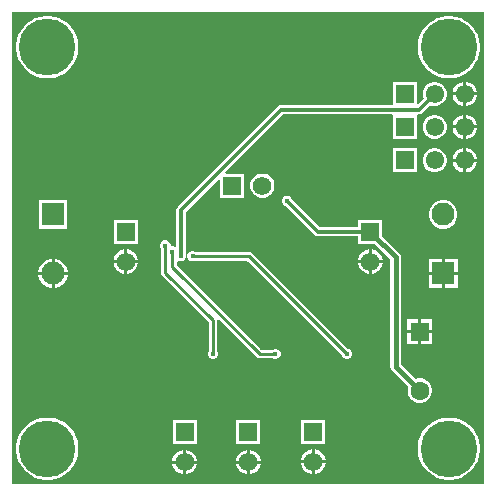
<source format=gbl>
G04*
G04 #@! TF.GenerationSoftware,Altium Limited,Altium Designer,22.2.1 (43)*
G04*
G04 Layer_Physical_Order=2*
G04 Layer_Color=16711680*
%FSLAX25Y25*%
%MOIN*%
G70*
G04*
G04 #@! TF.SameCoordinates,3B3E58CF-1C3C-4CAC-96B8-8F734E900E2C*
G04*
G04*
G04 #@! TF.FilePolarity,Positive*
G04*
G01*
G75*
%ADD22C,0.06181*%
%ADD23R,0.06181X0.06181*%
%ADD24R,0.06181X0.06181*%
%ADD25C,0.06299*%
%ADD26R,0.06299X0.06299*%
%ADD30C,0.01575*%
%ADD31C,0.01181*%
%ADD32C,0.01000*%
%ADD33R,0.06102X0.06102*%
%ADD34C,0.06102*%
%ADD35C,0.07677*%
%ADD36R,0.07677X0.07677*%
%ADD37C,0.18898*%
%ADD38C,0.01575*%
G36*
X157480Y0D02*
X0D01*
Y157480D01*
X157480D01*
Y0D01*
D02*
G37*
%LPC*%
G36*
X146486Y156043D02*
X144853D01*
X143240Y155788D01*
X141687Y155283D01*
X140232Y154542D01*
X138911Y153582D01*
X137756Y152427D01*
X136797Y151107D01*
X136055Y149652D01*
X135551Y148099D01*
X135295Y146486D01*
Y144853D01*
X135551Y143240D01*
X136055Y141687D01*
X136797Y140232D01*
X137756Y138911D01*
X138911Y137756D01*
X140232Y136797D01*
X141687Y136055D01*
X143240Y135551D01*
X144853Y135295D01*
X146486D01*
X148099Y135551D01*
X149652Y136055D01*
X151107Y136797D01*
X152427Y137756D01*
X153582Y138911D01*
X154542Y140232D01*
X155283Y141687D01*
X155788Y143240D01*
X156043Y144853D01*
Y146486D01*
X155788Y148099D01*
X155283Y149652D01*
X154542Y151107D01*
X153582Y152427D01*
X152427Y153582D01*
X151107Y154542D01*
X149652Y155283D01*
X148099Y155788D01*
X146486Y156043D01*
D02*
G37*
G36*
X12628D02*
X10995D01*
X9382Y155788D01*
X7829Y155283D01*
X6374Y154542D01*
X5053Y153582D01*
X3898Y152427D01*
X2938Y151107D01*
X2197Y149652D01*
X1692Y148099D01*
X1437Y146486D01*
Y144853D01*
X1692Y143240D01*
X2197Y141687D01*
X2938Y140232D01*
X3898Y138911D01*
X5053Y137756D01*
X6374Y136797D01*
X7829Y136055D01*
X9382Y135551D01*
X10995Y135295D01*
X12628D01*
X14240Y135551D01*
X15793Y136055D01*
X17248Y136797D01*
X18569Y137756D01*
X19724Y138911D01*
X20684Y140232D01*
X21425Y141687D01*
X21930Y143240D01*
X22185Y144853D01*
Y146486D01*
X21930Y148099D01*
X21425Y149652D01*
X20684Y151107D01*
X19724Y152427D01*
X18569Y153582D01*
X17248Y154542D01*
X15793Y155283D01*
X14240Y155788D01*
X12628Y156043D01*
D02*
G37*
G36*
X151533Y134128D02*
X151500D01*
Y130577D01*
X155051D01*
Y130610D01*
X154775Y131641D01*
X154242Y132564D01*
X153488Y133319D01*
X152564Y133852D01*
X151533Y134128D01*
D02*
G37*
G36*
X150500D02*
X150467D01*
X149436Y133852D01*
X148512Y133319D01*
X147758Y132564D01*
X147225Y131641D01*
X146949Y130610D01*
Y130577D01*
X150500D01*
Y134128D01*
D02*
G37*
G36*
X141524Y134053D02*
X140477D01*
X139465Y133782D01*
X138558Y133259D01*
X137818Y132518D01*
X137295Y131612D01*
X137024Y130600D01*
Y129553D01*
X137291Y128554D01*
X135476Y126739D01*
X134976Y126946D01*
Y134053D01*
X127024D01*
Y126349D01*
X89764D01*
X89172Y126231D01*
X88671Y125896D01*
X55282Y92507D01*
X54947Y92005D01*
X54829Y91414D01*
Y79349D01*
X54329Y79087D01*
X53884Y79272D01*
X53203D01*
X52894Y79685D01*
Y79868D01*
X52633Y80498D01*
X52151Y80979D01*
X51522Y81240D01*
X50840D01*
X50211Y80979D01*
X49729Y80498D01*
X49468Y79868D01*
Y79187D01*
X49728Y78561D01*
Y70472D01*
X49839Y69916D01*
X50154Y69445D01*
X65561Y54038D01*
Y44359D01*
X65301Y43732D01*
Y43051D01*
X65562Y42422D01*
X66044Y41940D01*
X66673Y41679D01*
X67354D01*
X67984Y41940D01*
X68466Y42422D01*
X68726Y43051D01*
Y43732D01*
X68467Y44359D01*
Y54640D01*
X68438Y54784D01*
X68899Y55030D01*
X81565Y42364D01*
X82036Y42049D01*
X82592Y41939D01*
X86913D01*
X87539Y41679D01*
X88221D01*
X88850Y41940D01*
X89332Y42422D01*
X89592Y43051D01*
Y43732D01*
X89332Y44362D01*
X88850Y44844D01*
X88221Y45104D01*
X87539D01*
X86913Y44845D01*
X83194D01*
X54996Y73043D01*
Y74212D01*
X55496Y74463D01*
X55959Y74272D01*
X56640D01*
X57269Y74532D01*
X57751Y75014D01*
X58012Y75644D01*
Y76325D01*
X57920Y76547D01*
Y90774D01*
X69022Y101876D01*
X69484Y101685D01*
Y95484D01*
X77516D01*
Y103516D01*
X71315D01*
X71124Y103978D01*
X90404Y123258D01*
X126608D01*
X127024Y123053D01*
X127024Y122758D01*
Y115100D01*
X134976D01*
Y122758D01*
X134976Y123053D01*
X135392Y123258D01*
X135726D01*
X136318Y123375D01*
X136819Y123710D01*
X139477Y126368D01*
X140477Y126100D01*
X141524D01*
X142535Y126371D01*
X143442Y126895D01*
X144182Y127635D01*
X144705Y128542D01*
X144976Y129553D01*
Y130600D01*
X144705Y131612D01*
X144182Y132518D01*
X143442Y133259D01*
X142535Y133782D01*
X141524Y134053D01*
D02*
G37*
G36*
X155051Y129577D02*
X151500D01*
Y126026D01*
X151533D01*
X152564Y126302D01*
X153488Y126835D01*
X154242Y127589D01*
X154775Y128513D01*
X155051Y129543D01*
Y129577D01*
D02*
G37*
G36*
X150500D02*
X146949D01*
Y129543D01*
X147225Y128513D01*
X147758Y127589D01*
X148512Y126835D01*
X149436Y126302D01*
X150467Y126026D01*
X150500D01*
Y129577D01*
D02*
G37*
G36*
X151533Y123128D02*
X151500D01*
Y119577D01*
X155051D01*
Y119610D01*
X154775Y120641D01*
X154242Y121564D01*
X153488Y122319D01*
X152564Y122852D01*
X151533Y123128D01*
D02*
G37*
G36*
X150500D02*
X150467D01*
X149436Y122852D01*
X148512Y122319D01*
X147758Y121564D01*
X147225Y120641D01*
X146949Y119610D01*
Y119577D01*
X150500D01*
Y123128D01*
D02*
G37*
G36*
X141524Y123053D02*
X140477D01*
X139465Y122782D01*
X138558Y122259D01*
X137818Y121518D01*
X137295Y120612D01*
X137024Y119600D01*
Y118553D01*
X137295Y117542D01*
X137818Y116635D01*
X138558Y115895D01*
X139465Y115371D01*
X140477Y115100D01*
X141524D01*
X142535Y115371D01*
X143442Y115895D01*
X144182Y116635D01*
X144705Y117542D01*
X144976Y118553D01*
Y119600D01*
X144705Y120612D01*
X144182Y121518D01*
X143442Y122259D01*
X142535Y122782D01*
X141524Y123053D01*
D02*
G37*
G36*
X155051Y118577D02*
X151500D01*
Y115026D01*
X151533D01*
X152564Y115302D01*
X153488Y115835D01*
X154242Y116589D01*
X154775Y117513D01*
X155051Y118544D01*
Y118577D01*
D02*
G37*
G36*
X150500D02*
X146949D01*
Y118544D01*
X147225Y117513D01*
X147758Y116589D01*
X148512Y115835D01*
X149436Y115302D01*
X150467Y115026D01*
X150500D01*
Y118577D01*
D02*
G37*
G36*
X151533Y112051D02*
X151500D01*
Y108500D01*
X155051D01*
Y108533D01*
X154775Y109564D01*
X154242Y110487D01*
X153488Y111242D01*
X152564Y111775D01*
X151533Y112051D01*
D02*
G37*
G36*
X150500D02*
X150467D01*
X149436Y111775D01*
X148512Y111242D01*
X147758Y110487D01*
X147225Y109564D01*
X146949Y108533D01*
Y108500D01*
X150500D01*
Y112051D01*
D02*
G37*
G36*
X141524Y111976D02*
X140477D01*
X139465Y111705D01*
X138558Y111182D01*
X137818Y110442D01*
X137295Y109535D01*
X137024Y108523D01*
Y107476D01*
X137295Y106465D01*
X137818Y105558D01*
X138558Y104818D01*
X139465Y104295D01*
X140477Y104024D01*
X141524D01*
X142535Y104295D01*
X143442Y104818D01*
X144182Y105558D01*
X144705Y106465D01*
X144976Y107476D01*
Y108523D01*
X144705Y109535D01*
X144182Y110442D01*
X143442Y111182D01*
X142535Y111705D01*
X141524Y111976D01*
D02*
G37*
G36*
X134976D02*
X127024D01*
Y104024D01*
X134976D01*
Y111976D01*
D02*
G37*
G36*
X155051Y107500D02*
X151500D01*
Y103949D01*
X151533D01*
X152564Y104225D01*
X153488Y104758D01*
X154242Y105512D01*
X154775Y106436D01*
X155051Y107467D01*
Y107500D01*
D02*
G37*
G36*
X150500D02*
X146949D01*
Y107467D01*
X147225Y106436D01*
X147758Y105512D01*
X148512Y104758D01*
X149436Y104225D01*
X150467Y103949D01*
X150500D01*
Y107500D01*
D02*
G37*
G36*
X84029Y103516D02*
X82971D01*
X81950Y103242D01*
X81034Y102713D01*
X80287Y101966D01*
X79758Y101050D01*
X79484Y100029D01*
Y98971D01*
X79758Y97950D01*
X80287Y97034D01*
X81034Y96287D01*
X81950Y95758D01*
X82971Y95484D01*
X84029D01*
X85050Y95758D01*
X85966Y96287D01*
X86713Y97034D01*
X87242Y97950D01*
X87516Y98971D01*
Y100029D01*
X87242Y101050D01*
X86713Y101966D01*
X85966Y102713D01*
X85050Y103242D01*
X84029Y103516D01*
D02*
G37*
G36*
X18492Y94693D02*
X8964D01*
Y85165D01*
X18492D01*
Y94693D01*
D02*
G37*
G36*
X144399Y94693D02*
X143145D01*
X141933Y94368D01*
X140847Y93741D01*
X139960Y92854D01*
X139333Y91768D01*
X139008Y90556D01*
Y89302D01*
X139333Y88090D01*
X139960Y87004D01*
X140847Y86117D01*
X141933Y85490D01*
X143145Y85165D01*
X144399D01*
X145610Y85490D01*
X146697Y86117D01*
X147584Y87004D01*
X148211Y88090D01*
X148536Y89302D01*
Y90556D01*
X148211Y91768D01*
X147584Y92854D01*
X146697Y93741D01*
X145610Y94368D01*
X144399Y94693D01*
D02*
G37*
G36*
X42016Y88226D02*
X33984D01*
Y80195D01*
X42016D01*
Y88226D01*
D02*
G37*
G36*
X120038Y78301D02*
X120000D01*
Y74711D01*
X123591D01*
Y74749D01*
X123312Y75789D01*
X122773Y76722D01*
X122012Y77484D01*
X121079Y78022D01*
X120038Y78301D01*
D02*
G37*
G36*
X38539D02*
X38500D01*
Y74711D01*
X42091D01*
Y74749D01*
X41812Y75789D01*
X41273Y76722D01*
X40512Y77484D01*
X39579Y78022D01*
X38539Y78301D01*
D02*
G37*
G36*
X119000D02*
X118962D01*
X117921Y78022D01*
X116988Y77484D01*
X116227Y76722D01*
X115688Y75789D01*
X115409Y74749D01*
Y74711D01*
X119000D01*
Y78301D01*
D02*
G37*
G36*
X37500D02*
X37462D01*
X36421Y78022D01*
X35488Y77484D01*
X34727Y76722D01*
X34188Y75789D01*
X33909Y74749D01*
Y74711D01*
X37500D01*
Y78301D01*
D02*
G37*
G36*
X14365Y75083D02*
X14228D01*
Y70744D01*
X18567D01*
Y70881D01*
X18237Y72112D01*
X17600Y73215D01*
X16699Y74116D01*
X15596Y74753D01*
X14365Y75083D01*
D02*
G37*
G36*
X13228D02*
X13091D01*
X11861Y74753D01*
X10757Y74116D01*
X9856Y73215D01*
X9219Y72112D01*
X8890Y70881D01*
Y70744D01*
X13228D01*
Y75083D01*
D02*
G37*
G36*
X148610Y75083D02*
X144272D01*
Y70744D01*
X148610D01*
Y75083D01*
D02*
G37*
G36*
X143272D02*
X138933D01*
Y70744D01*
X143272D01*
Y75083D01*
D02*
G37*
G36*
X123591Y73711D02*
X120000D01*
Y70120D01*
X120038D01*
X121079Y70399D01*
X122012Y70937D01*
X122773Y71699D01*
X123312Y72632D01*
X123591Y73672D01*
Y73711D01*
D02*
G37*
G36*
X119000D02*
X115409D01*
Y73672D01*
X115688Y72632D01*
X116227Y71699D01*
X116988Y70937D01*
X117921Y70399D01*
X118962Y70120D01*
X119000D01*
Y73711D01*
D02*
G37*
G36*
X42091D02*
X38500D01*
Y70120D01*
X38539D01*
X39579Y70399D01*
X40512Y70937D01*
X41273Y71699D01*
X41812Y72632D01*
X42091Y73672D01*
Y73711D01*
D02*
G37*
G36*
X37500D02*
X33909D01*
Y73672D01*
X34188Y72632D01*
X34727Y71699D01*
X35488Y70937D01*
X36421Y70399D01*
X37462Y70120D01*
X37500D01*
Y73711D01*
D02*
G37*
G36*
X18567Y69744D02*
X14228D01*
Y65406D01*
X14365D01*
X15596Y65735D01*
X16699Y66372D01*
X17600Y67273D01*
X18237Y68376D01*
X18567Y69607D01*
Y69744D01*
D02*
G37*
G36*
X13228D02*
X8890D01*
Y69607D01*
X9219Y68376D01*
X9856Y67273D01*
X10757Y66372D01*
X11861Y65735D01*
X13091Y65406D01*
X13228D01*
Y69744D01*
D02*
G37*
G36*
X148610Y69744D02*
X144272D01*
Y65406D01*
X148610D01*
Y69744D01*
D02*
G37*
G36*
X143272D02*
X138933D01*
Y65406D01*
X143272D01*
Y69744D01*
D02*
G37*
G36*
X140150Y54992D02*
X136500D01*
Y51342D01*
X140150D01*
Y54992D01*
D02*
G37*
G36*
X135500D02*
X131850D01*
Y51342D01*
X135500D01*
Y54992D01*
D02*
G37*
G36*
X140150Y50343D02*
X136500D01*
Y46693D01*
X140150D01*
Y50343D01*
D02*
G37*
G36*
X135500D02*
X131850D01*
Y46693D01*
X135500D01*
Y50343D01*
D02*
G37*
G36*
X60577Y77697D02*
X59896D01*
X59266Y77436D01*
X58784Y76954D01*
X58524Y76325D01*
Y75644D01*
X58784Y75014D01*
X59266Y74532D01*
X59896Y74272D01*
X60577D01*
X61203Y74531D01*
X78532D01*
X109901Y43162D01*
X110160Y42536D01*
X110642Y42054D01*
X111272Y41793D01*
X111953D01*
X112582Y42054D01*
X113064Y42536D01*
X113325Y43165D01*
Y43847D01*
X113064Y44476D01*
X112582Y44958D01*
X111956Y45217D01*
X80161Y77012D01*
X79690Y77327D01*
X79134Y77437D01*
X61203D01*
X60577Y77697D01*
D02*
G37*
G36*
X92073Y96201D02*
X91392D01*
X90762Y95940D01*
X90280Y95458D01*
X90020Y94829D01*
Y94147D01*
X90280Y93518D01*
X90762Y93036D01*
X91166Y92869D01*
X100917Y83118D01*
X101418Y82783D01*
X102010Y82665D01*
X102010Y82665D01*
X115484D01*
Y80195D01*
X121046D01*
X126207Y75035D01*
Y39205D01*
X126339Y38537D01*
X126718Y37970D01*
X132151Y32537D01*
X131925Y31694D01*
Y30621D01*
X132203Y29585D01*
X132739Y28655D01*
X133498Y27897D01*
X134427Y27360D01*
X135464Y27083D01*
X136537D01*
X137573Y27360D01*
X138502Y27897D01*
X139261Y28655D01*
X139797Y29585D01*
X140075Y30621D01*
Y31694D01*
X139797Y32730D01*
X139261Y33659D01*
X138502Y34418D01*
X137573Y34955D01*
X136537Y35232D01*
X135464D01*
X134620Y35006D01*
X129699Y39928D01*
Y75758D01*
X129566Y76426D01*
X129188Y76993D01*
X123516Y82664D01*
Y88226D01*
X115484D01*
Y85756D01*
X102650D01*
X93351Y95055D01*
X93184Y95458D01*
X92702Y95940D01*
X92073Y96201D01*
D02*
G37*
G36*
X104516Y21516D02*
X96484D01*
Y13484D01*
X104516D01*
Y21516D01*
D02*
G37*
G36*
X82862Y21402D02*
X74831D01*
Y13370D01*
X82862D01*
Y21402D01*
D02*
G37*
G36*
X61602D02*
X53571D01*
Y13370D01*
X61602D01*
Y21402D01*
D02*
G37*
G36*
X101039Y11591D02*
X101000D01*
Y8000D01*
X104591D01*
Y8038D01*
X104312Y9079D01*
X103773Y10012D01*
X103012Y10773D01*
X102079Y11312D01*
X101039Y11591D01*
D02*
G37*
G36*
X100000D02*
X99962D01*
X98921Y11312D01*
X97988Y10773D01*
X97227Y10012D01*
X96688Y9079D01*
X96409Y8038D01*
Y8000D01*
X100000D01*
Y11591D01*
D02*
G37*
G36*
X79385Y11476D02*
X79347D01*
Y7886D01*
X82937D01*
Y7924D01*
X82658Y8965D01*
X82120Y9898D01*
X81358Y10659D01*
X80425Y11198D01*
X79385Y11476D01*
D02*
G37*
G36*
X58125D02*
X58087D01*
Y7886D01*
X61677D01*
Y7924D01*
X61398Y8965D01*
X60860Y9898D01*
X60098Y10659D01*
X59166Y11198D01*
X58125Y11476D01*
D02*
G37*
G36*
X78347D02*
X78308D01*
X77268Y11198D01*
X76335Y10659D01*
X75573Y9898D01*
X75035Y8965D01*
X74756Y7924D01*
Y7886D01*
X78347D01*
Y11476D01*
D02*
G37*
G36*
X57087D02*
X57048D01*
X56008Y11198D01*
X55075Y10659D01*
X54313Y9898D01*
X53775Y8965D01*
X53496Y7924D01*
Y7886D01*
X57087D01*
Y11476D01*
D02*
G37*
G36*
X104591Y7000D02*
X101000D01*
Y3409D01*
X101039D01*
X102079Y3688D01*
X103012Y4227D01*
X103773Y4988D01*
X104312Y5921D01*
X104591Y6961D01*
Y7000D01*
D02*
G37*
G36*
X100000D02*
X96409D01*
Y6961D01*
X96688Y5921D01*
X97227Y4988D01*
X97988Y4227D01*
X98921Y3688D01*
X99962Y3409D01*
X100000D01*
Y7000D01*
D02*
G37*
G36*
X82937Y6886D02*
X79347D01*
Y3295D01*
X79385D01*
X80425Y3574D01*
X81358Y4113D01*
X82120Y4874D01*
X82658Y5807D01*
X82937Y6847D01*
Y6886D01*
D02*
G37*
G36*
X78347D02*
X74756D01*
Y6847D01*
X75035Y5807D01*
X75573Y4874D01*
X76335Y4113D01*
X77268Y3574D01*
X78308Y3295D01*
X78347D01*
Y6886D01*
D02*
G37*
G36*
X61677D02*
X58087D01*
Y3295D01*
X58125D01*
X59166Y3574D01*
X60098Y4113D01*
X60860Y4874D01*
X61398Y5807D01*
X61677Y6847D01*
Y6886D01*
D02*
G37*
G36*
X57087D02*
X53496D01*
Y6847D01*
X53775Y5807D01*
X54313Y4874D01*
X55075Y4113D01*
X56008Y3574D01*
X57048Y3295D01*
X57087D01*
Y6886D01*
D02*
G37*
G36*
X146486Y22185D02*
X144853D01*
X143240Y21930D01*
X141687Y21425D01*
X140232Y20684D01*
X138911Y19724D01*
X137756Y18569D01*
X136797Y17248D01*
X136055Y15793D01*
X135551Y14240D01*
X135295Y12628D01*
Y10995D01*
X135551Y9382D01*
X136055Y7829D01*
X136797Y6374D01*
X137756Y5053D01*
X138911Y3898D01*
X140232Y2938D01*
X141687Y2197D01*
X143240Y1692D01*
X144853Y1437D01*
X146486D01*
X148099Y1692D01*
X149652Y2197D01*
X151107Y2938D01*
X152427Y3898D01*
X153582Y5053D01*
X154542Y6374D01*
X155283Y7829D01*
X155788Y9382D01*
X156043Y10995D01*
Y12628D01*
X155788Y14240D01*
X155283Y15793D01*
X154542Y17248D01*
X153582Y18569D01*
X152427Y19724D01*
X151107Y20684D01*
X149652Y21425D01*
X148099Y21930D01*
X146486Y22185D01*
D02*
G37*
G36*
X12628D02*
X10995D01*
X9382Y21930D01*
X7829Y21425D01*
X6374Y20684D01*
X5053Y19724D01*
X3898Y18569D01*
X2938Y17248D01*
X2197Y15793D01*
X1692Y14240D01*
X1437Y12628D01*
Y10995D01*
X1692Y9382D01*
X2197Y7829D01*
X2938Y6374D01*
X3898Y5053D01*
X5053Y3898D01*
X6374Y2938D01*
X7829Y2197D01*
X9382Y1692D01*
X10995Y1437D01*
X12628D01*
X14240Y1692D01*
X15793Y2197D01*
X17248Y2938D01*
X18569Y3898D01*
X19724Y5053D01*
X20684Y6374D01*
X21425Y7829D01*
X21930Y9382D01*
X22185Y10995D01*
Y12628D01*
X21930Y14240D01*
X21425Y15793D01*
X20684Y17248D01*
X19724Y18569D01*
X18569Y19724D01*
X17248Y20684D01*
X15793Y21425D01*
X14240Y21930D01*
X12628Y22185D01*
D02*
G37*
%LPD*%
D22*
X119500Y74211D02*
D03*
X83500Y99500D02*
D03*
X38000Y74211D02*
D03*
X100500Y7500D02*
D03*
X78847Y7386D02*
D03*
X57587D02*
D03*
D23*
X119500Y84211D02*
D03*
X38000D02*
D03*
X100500Y17500D02*
D03*
X78847Y17386D02*
D03*
X57587D02*
D03*
D24*
X73500Y99500D02*
D03*
D25*
X136000Y31157D02*
D03*
D26*
Y50842D02*
D03*
D30*
X127953Y39205D02*
X136000Y31157D01*
X127953Y39205D02*
Y75758D01*
X119500Y84211D02*
X127953Y75758D01*
D31*
X102010Y84211D02*
X119500D01*
X91732Y94488D02*
X102010Y84211D01*
X56375Y91414D02*
X89764Y124803D01*
X56375Y76060D02*
Y91414D01*
X89764Y124803D02*
X135726D01*
X56299Y75984D02*
X56375Y76060D01*
X135726Y124803D02*
X141000Y130077D01*
D32*
X53543Y72441D02*
Y77559D01*
Y72441D02*
X82592Y43392D01*
X87880D01*
X51181Y70472D02*
X67014Y54640D01*
Y43392D02*
Y54640D01*
X51181Y70472D02*
Y79528D01*
X60236Y75984D02*
X79134D01*
X111612Y43506D01*
D33*
X131000Y108000D02*
D03*
Y119077D02*
D03*
Y130077D02*
D03*
D34*
X141000Y108000D02*
D03*
X151000D02*
D03*
X141000Y119077D02*
D03*
X151000D02*
D03*
X141000Y130077D02*
D03*
X151000D02*
D03*
D35*
X143772Y89929D02*
D03*
X13728Y70244D02*
D03*
D36*
X143772Y70244D02*
D03*
X13728Y89929D02*
D03*
D37*
X145669Y11811D02*
D03*
X11811D02*
D03*
X145669Y145669D02*
D03*
X11811D02*
D03*
D38*
X91732Y94488D02*
D03*
X56299Y75984D02*
D03*
X53543Y77559D02*
D03*
X51181Y79528D02*
D03*
X60236Y75984D02*
D03*
X67014Y43392D02*
D03*
X87880D02*
D03*
X111612Y43506D02*
D03*
M02*

</source>
